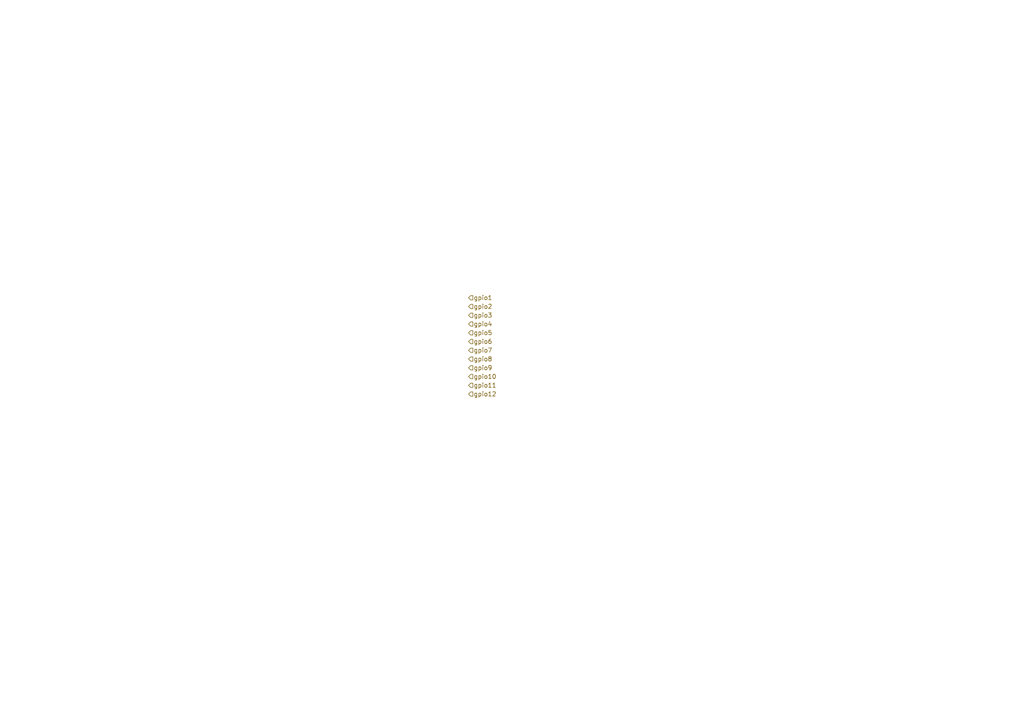
<source format=kicad_sch>
(kicad_sch
	(version 20250114)
	(generator "eeschema")
	(generator_version "9.0")
	(uuid "0ffb62d7-608b-48e0-96c3-9356bc7f1fd2")
	(paper "A4")
	(lib_symbols)
	(hierarchical_label "gpio3"
		(shape input)
		(at 135.89 91.44 0)
		(effects
			(font
				(size 1.27 1.27)
			)
			(justify left)
		)
		(uuid "21063410-d63e-4dfc-8f7d-627b2bb31008")
	)
	(hierarchical_label "gpio4"
		(shape input)
		(at 135.89 93.98 0)
		(effects
			(font
				(size 1.27 1.27)
			)
			(justify left)
		)
		(uuid "3c4f7f04-f271-439e-8222-2101976e1435")
	)
	(hierarchical_label "gpio2"
		(shape input)
		(at 135.89 88.9 0)
		(effects
			(font
				(size 1.27 1.27)
			)
			(justify left)
		)
		(uuid "64be36b5-4ad1-42c7-bec5-0cdeeec07fce")
	)
	(hierarchical_label "gpio7"
		(shape input)
		(at 135.89 101.6 0)
		(effects
			(font
				(size 1.27 1.27)
			)
			(justify left)
		)
		(uuid "72b3c171-2a83-4b5a-8dcd-a9f718ec2900")
	)
	(hierarchical_label "gpio6"
		(shape input)
		(at 135.89 99.06 0)
		(effects
			(font
				(size 1.27 1.27)
			)
			(justify left)
		)
		(uuid "77df4c9f-b4d5-4f20-bdf7-1b583181942a")
	)
	(hierarchical_label "gpio11"
		(shape input)
		(at 135.89 111.76 0)
		(effects
			(font
				(size 1.27 1.27)
			)
			(justify left)
		)
		(uuid "840508b0-8ead-471a-acb3-b4135a8fc439")
	)
	(hierarchical_label "gpio5"
		(shape input)
		(at 135.89 96.52 0)
		(effects
			(font
				(size 1.27 1.27)
			)
			(justify left)
		)
		(uuid "89f6e4c8-c2d6-438a-ac91-e820ac35f704")
	)
	(hierarchical_label "gpio8"
		(shape input)
		(at 135.89 104.14 0)
		(effects
			(font
				(size 1.27 1.27)
			)
			(justify left)
		)
		(uuid "b7760285-323a-4521-a053-7771d8aaf80d")
	)
	(hierarchical_label "gpio10"
		(shape input)
		(at 135.89 109.22 0)
		(effects
			(font
				(size 1.27 1.27)
			)
			(justify left)
		)
		(uuid "bb7895c0-e242-49cd-a196-55e1f504492e")
	)
	(hierarchical_label "gpio9"
		(shape input)
		(at 135.89 106.68 0)
		(effects
			(font
				(size 1.27 1.27)
			)
			(justify left)
		)
		(uuid "cc25f4d4-5428-4f40-aeb7-0aace4f8ac3c")
	)
	(hierarchical_label "gpio12"
		(shape input)
		(at 135.89 114.3 0)
		(effects
			(font
				(size 1.27 1.27)
			)
			(justify left)
		)
		(uuid "e9c1a8de-73a0-4eb2-b591-2c1d62755af3")
	)
	(hierarchical_label "gpio1"
		(shape input)
		(at 135.89 86.36 0)
		(effects
			(font
				(size 1.27 1.27)
			)
			(justify left)
		)
		(uuid "fc59e1d7-5ae2-4557-aa55-6b7ae042432d")
	)
)

</source>
